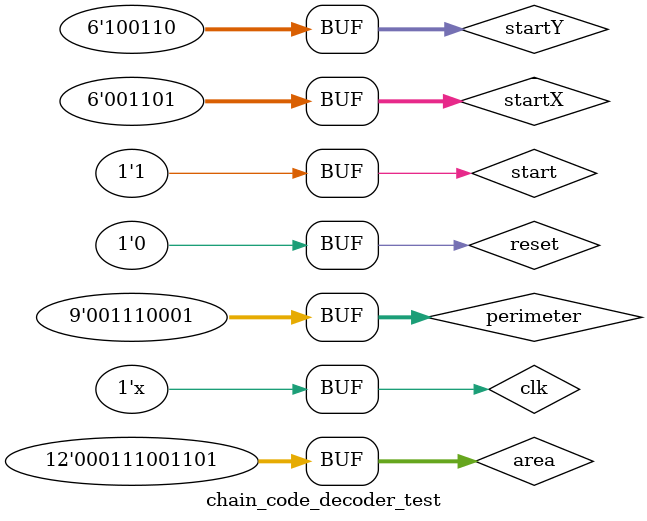
<source format=v>
`timescale 1ns / 1ps

module chain_code_decoder_test;

	// Inputs
	reg clk;
	reg reset;
	reg [7:0] code;
	reg start;
	reg [8:0] perimeter;
	reg [11:0] area;
	reg [5:0] startX;
	reg [5:0] startY;

	// Outputs
	wire done;
	wire error;

	// Instantiate the Unit Under Test (UUT)
	chain_code_decoder uut (
		.clk(clk), 
		.reset(reset), 
		.code(code), 
		.start(start), 
		.perimeter(perimeter), 
		.area(area), 
		.startX(startX), 
		.startY(startY), 
		.done(done), 
		.error(error)
	);

	always #1 clk = ~clk;
	
	initial begin
		clk = 0;
		reset = 0;
		start = 1;
		perimeter = 113;
		area = 461;
		startX = 13;
		startY = 38;
	end
      
endmodule

</source>
